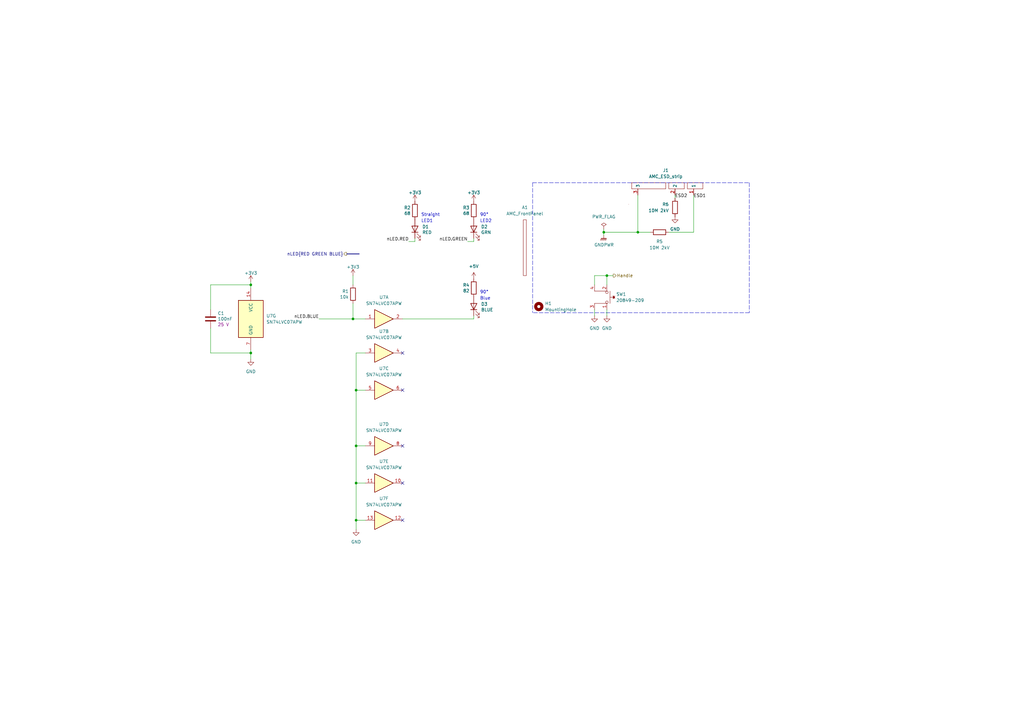
<source format=kicad_sch>
(kicad_sch (version 20211123) (generator eeschema)
  (paper "A3")
  (title_block (title "AMC Template") (date "2022-09-07") (rev "1.0") (company "Karlsruhe Institute of Technology (KIT)") (comment 1 "Institute for Data Processing and Electronics (IPE)") (comment 2 "Carsten Schmerbeck") (comment 3 "Luis Ardila") (comment 4 "Licensed under CERN-OHL-P v2"))
  (lib_symbols
    (symbol "Device:C" (pin_numbers hide) (pin_names (offset 0.254))
      (property "Reference" "C" (at 0.635 2.54 0))
      (property "Value" "C" (at 0.635 -2.54 0))
      (symbol "C_0_1"
        (polyline (pts (xy -2.032 -0.762) (xy 2.032 -0.762)) (stroke (width 0.508)))
        (polyline (pts (xy -2.032 0.762) (xy 2.032 0.762)) (stroke (width 0.508)))
      )
      (symbol "C_1_1"
        (pin passive line (at 0 3.81 270) (length 2.794) (name "~") (number "1"))
        (pin passive line (at 0 -3.81 90) (length 2.794) (name "~") (number "2"))
      )
    )
    (symbol "Device:LED" (pin_numbers hide) (pin_names (offset 1.016) hide)
      (property "Reference" "D" (at 0 2.54 0))
      (property "Value" "LED" (at 0 -2.54 0))
      (symbol "LED_0_1"
        (polyline (pts (xy -1.27 -1.27) (xy -1.27 1.27)) (stroke (width 0.254)))
        (polyline (pts (xy -1.27 0) (xy 1.27 0)))
        (polyline (pts (xy 1.27 -1.27) (xy 1.27 1.27) (xy -1.27 0) (xy 1.27 -1.27)) (stroke (width 0.254)))
        (polyline (pts (xy -3.048 -0.762) (xy -4.572 -2.286) (xy -3.81 -2.286) (xy -4.572 -2.286) (xy -4.572 -1.524)))
        (polyline (pts (xy -1.778 -0.762) (xy -3.302 -2.286) (xy -2.54 -2.286) (xy -3.302 -2.286) (xy -3.302 -1.524)))
      )
      (symbol "LED_1_1"
        (pin passive line (at -3.81 0 0) (length 2.54) (name "K") (number "1"))
        (pin passive line (at 3.81 0 180) (length 2.54) (name "A") (number "2"))
      )
    )
    (symbol "Device:R" (pin_numbers hide) (pin_names (offset 0))
      (property "Reference" "R" (at 2.032 0 90))
      (property "Value" "R" (at 0 0 90))
      (symbol "R_0_1"
        (rectangle (start -1.016 -2.54) (end 1.016 2.54) (stroke (width 0.254)))
      )
      (symbol "R_1_1"
        (pin passive line (at 0 3.81 270) (length 1.27) (name "~") (number "1"))
        (pin passive line (at 0 -3.81 90) (length 1.27) (name "~") (number "2"))
      )
    )
    (symbol "KIT_Logic:SN74LVC07APW" (pin_names (offset 1.016))
      (property "Reference" "U29" (at 0 8.89 0))
      (property "Value" "SN74LVC07APW" (at 0 6.35 0))
      (symbol "SN74LVC07APW_1_0"
        (polyline (pts (xy -3.81 3.81) (xy -3.81 -3.81) (xy 3.81 0) (xy -3.81 3.81)) (stroke (width 0.254)) (fill (type background)))
        (pin input line (at -7.62 0 0) (length 3.81) (name "~") (number "1"))
        (pin open_collector line (at 7.62 0 180) (length 3.81) (name "~") (number "2"))
      )
      (symbol "SN74LVC07APW_2_0"
        (polyline (pts (xy -3.81 3.81) (xy -3.81 -3.81) (xy 3.81 0) (xy -3.81 3.81)) (stroke (width 0.254)) (fill (type background)))
        (pin input line (at -7.62 0 0) (length 3.81) (name "~") (number "3"))
        (pin open_collector line (at 7.62 0 180) (length 3.81) (name "~") (number "4"))
      )
      (symbol "SN74LVC07APW_3_0"
        (polyline (pts (xy -3.81 3.81) (xy -3.81 -3.81) (xy 3.81 0) (xy -3.81 3.81)) (stroke (width 0.254)) (fill (type background)))
        (pin input line (at -7.62 0 0) (length 3.81) (name "~") (number "5"))
        (pin open_collector line (at 7.62 0 180) (length 3.81) (name "~") (number "6"))
      )
      (symbol "SN74LVC07APW_4_0"
        (polyline (pts (xy -3.81 3.81) (xy -3.81 -3.81) (xy 3.81 0) (xy -3.81 3.81)) (stroke (width 0.254)) (fill (type background)))
        (pin open_collector line (at 7.62 0 180) (length 3.81) (name "~") (number "8"))
        (pin input line (at -7.62 0 0) (length 3.81) (name "~") (number "9"))
      )
      (symbol "SN74LVC07APW_5_0"
        (polyline (pts (xy -3.81 3.81) (xy -3.81 -3.81) (xy 3.81 0) (xy -3.81 3.81)) (stroke (width 0.254)) (fill (type background)))
        (pin open_collector line (at 7.62 0 180) (length 3.81) (name "~") (number "10"))
        (pin input line (at -7.62 0 0) (length 3.81) (name "~") (number "11"))
      )
      (symbol "SN74LVC07APW_6_0"
        (polyline (pts (xy -3.81 3.81) (xy -3.81 -3.81) (xy 3.81 0) (xy -3.81 3.81)) (stroke (width 0.254)) (fill (type background)))
        (pin open_collector line (at 7.62 0 180) (length 3.81) (name "~") (number "12"))
        (pin input line (at -7.62 0 0) (length 3.81) (name "~") (number "13"))
      )
      (symbol "SN74LVC07APW_7_0"
        (pin power_in line (at 0 12.7 270) (length 5.08) (name "VCC") (number "14"))
        (pin power_in line (at 0 -12.7 90) (length 5.08) (name "GND") (number "7"))
      )
      (symbol "SN74LVC07APW_7_1"
        (rectangle (start -5.08 7.62) (end 5.08 -7.62) (stroke (width 0.254)) (fill (type background)))
      )
    )
    (symbol "KIT_Mechanical:AMC_ESD_strip"
      (property "Reference" "J" (at 15.24 6.35 0))
      (property "Value" "AMC_ESD_strip" (at 5.08 6.35 0))
      (symbol "AMC_ESD_strip_0_1"
        (rectangle (start -3.81 -3.81) (end -3.81 -3.81))
        (rectangle (start -2.54 2.54) (end 11.43 5.08))
        (rectangle (start 12.7 2.54) (end 19.05 5.08))
        (rectangle (start 20.32 5.08) (end 26.67 2.54))
      )
      (symbol "AMC_ESD_strip_1_1"
        (pin passive line (at 22.86 0 90) (length 2.54) (name "1") (number "1"))
        (pin passive line (at 15.24 0 90) (length 2.54) (name "2") (number "2"))
        (pin passive line (at 0 0 90) (length 2.54) (name "3") (number "3"))
      )
    )
    (symbol "KIT_Mechanical:AMC_FrontPanel"
      (property "Reference" "A" (at 0 0 0))
      (property "Value" "AMC_FrontPanel" (at 0 0 0))
      (symbol "AMC_FrontPanel_0_1"
        (rectangle (start 0 13.97) (end 1.27 -8.89))
      )
    )
    (symbol "KIT_Switch:20849-209" (pin_names (offset 1.016) hide)
      (property "Reference" "SW" (at 1.27 2.54 0))
      (property "Value" "20849-209" (at 0 -6.858 0))
      (symbol "20849-209_0_1"
        (circle (center -2.032 0) (radius 0.508))
        (polyline (pts (xy -2.54 0) (xy -2.54 -5.08)))
        (polyline (pts (xy -0.635 3.175) (xy 0.635 3.175)))
        (polyline (pts (xy 0 1.27) (xy 0 3.048)))
        (polyline (pts (xy 2.54 0) (xy 2.54 -5.08)))
        (polyline (pts (xy 2.54 1.27) (xy -2.54 1.27)))
        (polyline (pts (xy -0.635 2.54) (xy 0 3.175) (xy 0.635 2.54) (xy -0.635 2.54)) (fill (type outline)))
        (circle (center 2.032 0) (radius 0.508))
        (pin passive line (at -5.08 0 0) (length 2.54) (name "1") (number "1"))
        (pin passive line (at 5.08 0 180) (length 2.54) (name "2") (number "2"))
        (pin passive line (at -5.08 -5.08 0) (length 2.54) (name "3") (number "3"))
        (pin passive line (at 5.08 -5.08 180) (length 2.54) (name "4") (number "4"))
      )
    )
    (symbol "Mechanical:MountingHole" (pin_names (offset 1.016))
      (property "Reference" "H" (at 0 5.08 0))
      (property "Value" "MountingHole" (at 0 3.175 0))
      (symbol "MountingHole_0_1"
        (circle (center 0 0) (radius 1.27) (stroke (width 1.27)))
      )
    )
    (symbol "power:+3V3" (power) (pin_names (offset 0))
      (property "Value" "+3V3" (at 0 3.556 0))
      (symbol "+3V3_0_1"
        (polyline (pts (xy -0.762 1.27) (xy 0 2.54)))
        (polyline (pts (xy 0 0) (xy 0 2.54)))
        (polyline (pts (xy 0 2.54) (xy 0.762 1.27)))
      )
      (symbol "+3V3_1_1"
        (pin power_in line (at 0 0 90) (length 0) hide (name "+3V3") (number "1"))
      )
    )
    (symbol "power:+5V" (power) (pin_names (offset 0))
      (property "Value" "+5V" (at 0 3.556 0))
      (symbol "+5V_0_1"
        (polyline (pts (xy -0.762 1.27) (xy 0 2.54)))
        (polyline (pts (xy 0 0) (xy 0 2.54)))
        (polyline (pts (xy 0 2.54) (xy 0.762 1.27)))
      )
      (symbol "+5V_1_1"
        (pin power_in line (at 0 0 90) (length 0) hide (name "+5V") (number "1"))
      )
    )
    (symbol "power:GND" (power) (pin_names (offset 0))
      (property "Value" "GND" (at 0 -3.81 0))
      (symbol "GND_0_1"
        (polyline (pts (xy 0 0) (xy 0 -1.27) (xy 1.27 -1.27) (xy 0 -2.54) (xy -1.27 -1.27) (xy 0 -1.27)))
      )
      (symbol "GND_1_1"
        (pin power_in line (at 0 0 270) (length 0) hide (name "GND") (number "1"))
      )
    )
    (symbol "power:GNDPWR" (power) (pin_names (offset 0))
      (property "Value" "GNDPWR" (at 0 -3.302 0))
      (symbol "GNDPWR_0_1"
        (polyline (pts (xy 0 -1.27) (xy 0 0)))
        (polyline (pts (xy -1.016 -1.27) (xy -1.27 -2.032) (xy -1.27 -2.032)) (stroke (width 0.2032)))
        (polyline (pts (xy -0.508 -1.27) (xy -0.762 -2.032) (xy -0.762 -2.032)) (stroke (width 0.2032)))
        (polyline (pts (xy 0 -1.27) (xy -0.254 -2.032) (xy -0.254 -2.032)) (stroke (width 0.2032)))
        (polyline (pts (xy 0.508 -1.27) (xy 0.254 -2.032) (xy 0.254 -2.032)) (stroke (width 0.2032)))
        (polyline (pts (xy 1.016 -1.27) (xy -1.016 -1.27) (xy -1.016 -1.27)) (stroke (width 0.2032)))
        (polyline (pts (xy 1.016 -1.27) (xy 0.762 -2.032) (xy 0.762 -2.032) (xy 0.762 -2.032)) (stroke (width 0.2032)))
      )
      (symbol "GNDPWR_1_1"
        (pin power_in line (at 0 0 270) (length 0) hide (name "GNDPWR") (number "1"))
      )
    )
    (symbol "power:PWR_FLAG" (power) (pin_numbers hide) (pin_names (offset 0) hide)
      (property "Value" "PWR_FLAG" (at 0 3.81 0))
      (symbol "PWR_FLAG_0_0"
        (pin power_out line (at 0 0 90) (length 0) (name "pwr") (number "1"))
      )
      (symbol "PWR_FLAG_0_1"
        (polyline (pts (xy 0 0) (xy 0 1.27) (xy -1.016 1.905) (xy 0 2.54) (xy 1.016 1.905) (xy 0 1.27)))
      )
    )
  )
  (junction (at 248.92 113.03))
  (junction (at 247.65 95.25))
  (junction (at 102.87 116.84))
  (junction (at 146.05 160.02))
  (junction (at 146.05 182.88))
  (junction (at 261.62 95.25))
  (junction (at 146.05 198.12))
  (junction (at 144.78 130.81))
  (junction (at 102.87 144.78))
  (junction (at 146.05 213.36))
  (no_connect (at 165.1 198.12))
  (no_connect (at 165.1 213.36))
  (no_connect (at 165.1 182.88))
  (no_connect (at 165.1 160.02))
  (no_connect (at 165.1 144.78))
  (wire (pts (xy 261.62 95.25) (xy 247.65 95.25)))
  (wire (pts (xy 194.31 97.79) (xy 194.31 99.06)))
  (wire (pts (xy 247.65 93.98) (xy 247.65 95.25)))
  (wire (pts (xy 248.92 127) (xy 248.92 129.54)))
  (polyline (pts (xy 307.34 128.27) (xy 218.44 128.27)))
  (wire (pts (xy 170.18 99.06) (xy 167.64 99.06)))
  (wire (pts (xy 276.86 80.01) (xy 276.86 81.28)))
  (wire (pts (xy 130.81 130.81) (xy 144.78 130.81)))
  (polyline (pts (xy 307.34 74.93) (xy 307.34 128.27)))
  (wire (pts (xy 146.05 213.36) (xy 149.86 213.36)))
  (wire (pts (xy 102.87 116.84) (xy 102.87 118.11)))
  (wire (pts (xy 144.78 130.81) (xy 149.86 130.81)))
  (wire (pts (xy 102.87 116.84) (xy 102.87 115.57)))
  (wire (pts (xy 284.48 80.01) (xy 284.48 95.25)))
  (wire (pts (xy 247.65 96.52) (xy 247.65 95.25)))
  (wire (pts (xy 248.92 113.03) (xy 243.84 113.03)))
  (wire (pts (xy 146.05 160.02) (xy 146.05 144.78)))
  (wire (pts (xy 146.05 160.02) (xy 149.86 160.02)))
  (wire (pts (xy 243.84 113.03) (xy 243.84 116.84)))
  (wire (pts (xy 266.7 95.25) (xy 261.62 95.25)))
  (wire (pts (xy 144.78 113.03) (xy 144.78 116.84)))
  (wire (pts (xy 194.31 129.54) (xy 194.31 130.81)))
  (wire (pts (xy 243.84 127) (xy 243.84 129.54)))
  (polyline (pts (xy 218.44 74.93) (xy 307.34 74.93)))
  (wire (pts (xy 146.05 182.88) (xy 146.05 198.12)))
  (wire (pts (xy 144.78 124.46) (xy 144.78 130.81)))
  (wire (pts (xy 261.62 95.25) (xy 261.62 80.01)))
  (wire (pts (xy 149.86 198.12) (xy 146.05 198.12)))
  (wire (pts (xy 86.36 127) (xy 86.36 116.84)))
  (wire (pts (xy 274.32 95.25) (xy 284.48 95.25)))
  (wire (pts (xy 146.05 182.88) (xy 149.86 182.88)))
  (wire (pts (xy 194.31 99.06) (xy 191.77 99.06)))
  (wire (pts (xy 86.36 116.84) (xy 102.87 116.84)))
  (wire (pts (xy 102.87 143.51) (xy 102.87 144.78)))
  (wire (pts (xy 102.87 144.78) (xy 102.87 147.32)))
  (polyline (pts (xy 218.44 74.93) (xy 218.44 128.27)))
  (wire (pts (xy 86.36 144.78) (xy 86.36 134.62)))
  (wire (pts (xy 165.1 130.81) (xy 194.31 130.81)))
  (wire (pts (xy 146.05 144.78) (xy 149.86 144.78)))
  (bus (pts (xy 147.32 104.14) (xy 142.24 104.14)))
  (wire (pts (xy 251.46 113.03) (xy 248.92 113.03)))
  (wire (pts (xy 146.05 213.36) (xy 146.05 217.17)))
  (wire (pts (xy 170.18 97.79) (xy 170.18 99.06)))
  (wire (pts (xy 102.87 144.78) (xy 86.36 144.78)))
  (wire (pts (xy 146.05 182.88) (xy 146.05 160.02)))
  (wire (pts (xy 248.92 113.03) (xy 248.92 116.84)))
  (wire (pts (xy 146.05 198.12) (xy 146.05 213.36)))
  (text "LED2" (at 196.85 91.44 0) (effects (font (size 1.27 1.27)) (justify left bottom)))
  (text "Blue" (at 196.85 123.19 0) (effects (font (size 1.27 1.27)) (justify left bottom)))
  (text "LED1" (at 172.72 91.44 0) (effects (font (size 1.27 1.27)) (justify left bottom)))
  (text "90°" (at 196.85 120.65 0) (effects (font (size 1.27 1.27)) (justify left bottom)))
  (text "Straight" (at 172.72 88.9 0) (effects (font (size 1.27 1.27)) (justify left bottom)))
  (text "90°" (at 196.85 88.9 0) (effects (font (size 1.27 1.27)) (justify left bottom)))
  (label "nLED.BLUE" (at 130.81 130.81 180))
  (label "ESD1" (at 284.48 81.28 0))
  (label "nLED.RED" (at 167.64 99.06 180))
  (label "ESD2" (at 276.86 81.28 0))
  (label "nLED.GREEN" (at 191.77 99.06 180))
  (hierarchical_label "nLED{RED GREEN BLUE}" (shape output) (at 142.24 104.14 180))
  (hierarchical_label "Handle" (shape output) (at 251.46 113.03 0))
  (symbol (lib_id "KIT_Logic:SN74LVC07APW") (at 157.48 213.36 0) (unit 6)
    (property "Reference" "U7" (at 157.48 204.47 0))
    (property "Value" "SN74LVC07APW" (at 157.48 207.01 0))
    (property "Footprint" "Package_SO:TSSOP-14_4.4x5mm_P0.65mm" (effects hide))
    (property "Datasheet" "https://www.ti.com/lit/ds/scas595w/scas595w.pdf" (effects hide))
    (property "manf#" "SN74LVC07APW" (effects hide))
    (property "digikey#" "296-26575-5-ND" (effects hide))
    (property "manf" "Texas Instruments" (effects hide))
  )
  (symbol (lib_id "Device:R") (at 276.86 85.09 0) (mirror x) (unit 1)
    (property "Reference" "R6" (at 274.32 83.8199 0) (effects (justify right)))
    (property "Value" "10M 2kV" (at 274.32 86.3599 0) (effects (justify right)))
    (property "Footprint" "Resistor_SMD:R_2010_5025Metric" (effects hide))
    (property "Datasheet" "https://www.bourns.com/docs/product-datasheets/chv-st.pdf" (effects hide))
    (property "digikey#" "118-CHV2010-FX-1005ESTCT-ND" (effects hide))
    (property "manf" "Bourns" (effects hide))
    (property "manf#" "CHV2010-FX-1005EST" (effects hide))
  )
  (symbol (lib_id "Device:LED") (at 194.31 125.73 90) (unit 1)
    (property "Reference" "D3" (at 197.3072 124.7394 90) (effects (justify right)))
    (property "Value" "BLUE" (at 197.3072 127.0508 90) (effects (justify right)))
    (property "Footprint" "KIT_LED_SMD:APA1606x" (effects hide))
    (property "Datasheet" "https://www.kingbrightusa.com/images/catalog/SPEC/APA1606QBC-D.pdf" (effects hide))
    (property "digikey#" "754-1424-1-ND" (effects hide))
    (property "manf" "Kingbright" (effects hide))
    (property "manf#" "APA1606QBC/D" (effects hide))
  )
  (symbol (lib_id "power:+3V3") (at 194.31 82.55 0) (unit 1)
    (property "Reference" "#PWR05" (effects hide))
    (property "Value" "+3V3" (at 194.31 78.994 0))
  )
  (symbol (lib_id "Device:LED") (at 170.18 93.98 90) (unit 1)
    (property "Reference" "D1" (at 173.1772 92.9894 90) (effects (justify right)))
    (property "Value" "RED" (at 173.1772 95.3008 90) (effects (justify right)))
    (property "Footprint" "LED_SMD:LED_0805_2012Metric" (effects hide))
    (property "Datasheet" "https://www.mouser.de/datasheet/2/216/AP2012EC-31665.pdf" (effects hide))
    (property "mouser#" "604-AP2012EC" (effects hide))
    (property "manf" "Kingbright" (effects hide))
    (property "manf#" "AP2012EC" (effects hide))
  )
  (symbol (lib_id "KIT_Logic:SN74LVC07APW") (at 157.48 160.02 0) (unit 3)
    (property "Reference" "U7" (at 157.48 151.13 0))
    (property "Value" "SN74LVC07APW" (at 157.48 153.67 0))
    (property "Footprint" "Package_SO:TSSOP-14_4.4x5mm_P0.65mm" (effects hide))
    (property "Datasheet" "https://www.ti.com/lit/ds/scas595w/scas595w.pdf" (effects hide))
    (property "manf#" "SN74LVC07APW" (effects hide))
    (property "digikey#" "296-26575-5-ND" (effects hide))
    (property "manf" "Texas Instruments" (effects hide))
  )
  (symbol (lib_id "power:+3V3") (at 170.18 82.55 0) (unit 1)
    (property "Reference" "#PWR04" (effects hide))
    (property "Value" "+3V3" (at 170.18 78.994 0))
  )
  (symbol (lib_id "power:+5V") (at 194.31 114.3 0) (unit 1)
    (property "Reference" "#PWR06" (effects hide))
    (property "Value" "+5V" (at 194.31 109.22 0))
  )
  (symbol (lib_id "Device:R") (at 170.18 86.36 0) (mirror x) (unit 1)
    (property "Reference" "R2" (at 168.4274 85.1916 0) (effects (justify right)))
    (property "Value" "68" (at 168.4274 87.503 0) (effects (justify right)))
    (property "Footprint" "Resistor_SMD:R_0402_1005Metric" (effects hide))
    (property "stock" "AVT-IPE" (effects hide))
    (property "digikey#" "A129613CT-ND" (effects hide))
    (property "manf" "TE" (effects hide))
    (property "manf#" "A129613CT-ND" (effects hide))
  )
  (symbol (lib_id "power:+3V3") (at 144.78 113.03 0) (unit 1)
    (property "Reference" "#PWR02" (effects hide))
    (property "Value" "+3V3" (at 144.78 109.474 0))
  )
  (symbol (lib_id "power:GND") (at 146.05 217.17 0) (unit 1)
    (property "Reference" "#PWR096" (effects hide))
    (property "Value" "GND" (at 146.05 222.25 0))
  )
  (symbol (lib_id "KIT_Mechanical:AMC_ESD_strip") (at 261.62 80.01 0) (unit 1)
    (property "Reference" "J1" (at 273.05 69.85 0))
    (property "Value" "AMC_ESD_strip" (at 273.05 72.39 0))
    (property "Footprint" "KIT_Mechanical:AMC_ESD_strip" (effects hide))
    (property "stock" "PCB" (effects hide))
  )
  (symbol (lib_id "KIT_Logic:SN74LVC07APW") (at 157.48 198.12 0) (unit 5)
    (property "Reference" "U7" (at 157.48 189.23 0))
    (property "Value" "SN74LVC07APW" (at 157.48 191.77 0))
    (property "Footprint" "Package_SO:TSSOP-14_4.4x5mm_P0.65mm" (effects hide))
    (property "Datasheet" "https://www.ti.com/lit/ds/scas595w/scas595w.pdf" (effects hide))
    (property "manf#" "SN74LVC07APW" (effects hide))
    (property "digikey#" "296-26575-5-ND" (effects hide))
    (property "manf" "Texas Instruments" (effects hide))
  )
  (symbol (lib_id "power:GND") (at 102.87 147.32 0) (unit 1)
    (property "Reference" "#PWR03" (effects hide))
    (property "Value" "GND" (at 102.87 152.4 0))
  )
  (symbol (lib_id "KIT_Logic:SN74LVC07APW") (at 157.48 182.88 0) (unit 4)
    (property "Reference" "U7" (at 157.48 173.99 0))
    (property "Value" "SN74LVC07APW" (at 157.48 176.53 0))
    (property "Footprint" "Package_SO:TSSOP-14_4.4x5mm_P0.65mm" (effects hide))
    (property "Datasheet" "https://www.ti.com/lit/ds/scas595w/scas595w.pdf" (effects hide))
    (property "manf#" "SN74LVC07APW" (effects hide))
    (property "digikey#" "296-26575-5-ND" (effects hide))
    (property "manf" "Texas Instruments" (effects hide))
  )
  (symbol (lib_id "Device:R") (at 270.51 95.25 90) (mirror x) (unit 1)
    (property "Reference" "R5" (at 270.51 99.06 90))
    (property "Value" "10M 2kV" (at 270.51 101.6 90))
    (property "Footprint" "Resistor_SMD:R_2010_5025Metric" (effects hide))
    (property "Datasheet" "https://www.bourns.com/docs/product-datasheets/chv-st.pdf" (effects hide))
    (property "digikey#" "118-CHV2010-FX-1005ESTCT-ND" (effects hide))
    (property "manf" "Bourns" (effects hide))
    (property "manf#" "CHV2010-FX-1005EST" (effects hide))
  )
  (symbol (lib_id "Device:R") (at 194.31 118.11 0) (mirror x) (unit 1)
    (property "Reference" "R4" (at 192.5574 116.9416 0) (effects (justify right)))
    (property "Value" "82" (at 192.5574 119.253 0) (effects (justify right)))
    (property "Footprint" "Resistor_SMD:R_0402_1005Metric" (effects hide))
    (property "stock" "AVT-IPE" (effects hide))
    (property "digikey#" "A129614CT-ND" (effects hide))
    (property "manf" "TE" (effects hide))
    (property "manf#" "CRGCQ0402F82R" (effects hide))
  )
  (symbol (lib_id "Device:R") (at 194.31 86.36 0) (mirror x) (unit 1)
    (property "Reference" "R3" (at 192.5574 85.1916 0) (effects (justify right)))
    (property "Value" "68" (at 192.5574 87.503 0) (effects (justify right)))
    (property "Footprint" "Resistor_SMD:R_0402_1005Metric" (effects hide))
    (property "stock" "AVT-IPE" (effects hide))
    (property "digikey#" "A129613CT-ND" (effects hide))
    (property "manf" "TE" (effects hide))
    (property "manf#" "A129613CT-ND" (effects hide))
  )
  (symbol (lib_id "power:GND") (at 276.86 88.9 0) (unit 1)
    (property "Reference" "#PWR010" (effects hide))
    (property "Value" "GND" (at 276.86 93.98 0))
  )
  (symbol (lib_id "power:GNDPWR") (at 247.65 96.52 0) (unit 1)
    (property "Reference" "#PWR08" (effects hide))
    (property "Value" "~" (at 247.7516 100.4316 0))
  )
  (symbol (lib_id "KIT_Logic:SN74LVC07APW") (at 102.87 130.81 0) (unit 7)
    (property "Reference" "U7" (at 109.22 129.5399 0) (effects (justify left)))
    (property "Value" "SN74LVC07APW" (at 109.22 132.0799 0) (effects (justify left)))
    (property "Footprint" "Package_SO:TSSOP-14_4.4x5mm_P0.65mm" (effects hide))
    (property "Datasheet" "https://www.ti.com/lit/ds/scas595w/scas595w.pdf" (effects hide))
    (property "manf#" "SN74LVC07APW" (effects hide))
    (property "digikey#" "296-26575-5-ND" (effects hide))
    (property "manf" "Texas Instruments" (effects hide))
  )
  (symbol (lib_id "KIT_Mechanical:AMC_FrontPanel") (at 214.63 104.14 0) (unit 1)
    (property "Reference" "A1" (at 215.265 85.09 0))
    (property "Value" "AMC_FrontPanel" (at 215.265 87.63 0))
    (property "Footprint" "KIT_Mechanical:20849-270" (effects hide))
    (property "manf#" "20849-270" (effects hide))
    (property "maf" "Schroff" (effects hide))
    (property "manf" "Schroff" (effects hide))
  )
  (symbol (lib_id "power:GND") (at 243.84 129.54 0) (unit 1)
    (property "Reference" "#PWR07" (effects hide))
    (property "Value" "GND" (at 243.84 134.62 0))
  )
  (symbol (lib_id "KIT_Logic:SN74LVC07APW") (at 157.48 130.81 0) (unit 1)
    (property "Reference" "U7" (at 157.48 121.92 0))
    (property "Value" "SN74LVC07APW" (at 157.48 124.46 0))
    (property "Footprint" "Package_SO:TSSOP-14_4.4x5mm_P0.65mm" (effects hide))
    (property "Datasheet" "https://www.ti.com/lit/ds/scas595w/scas595w.pdf" (effects hide))
    (property "manf#" "SN74LVC07APW" (effects hide))
    (property "digikey#" "296-26575-5-ND" (effects hide))
    (property "manf" "Texas Instruments" (effects hide))
  )
  (symbol (lib_id "power:GND") (at 248.92 129.54 0) (unit 1)
    (property "Reference" "#PWR09" (effects hide))
    (property "Value" "GND" (at 248.92 134.62 0))
  )
  (symbol (lib_id "Device:LED") (at 194.31 93.98 90) (unit 1)
    (property "Reference" "D2" (at 197.3072 92.9894 90) (effects (justify right)))
    (property "Value" "GRN" (at 197.3072 95.3008 90) (effects (justify right)))
    (property "Footprint" "KIT_LED_SMD:APA1606x" (effects hide))
    (property "Datasheet" "https://www.kingbrightusa.com/images/catalog/SPEC/APA1606CGCK.pdf" (effects hide))
    (property "digikey#" "754-1051-1-ND" (effects hide))
    (property "manf" "Kingbright" (effects hide))
    (property "manf#" "APA1606CGCK" (effects hide))
  )
  (symbol (lib_id "Device:R") (at 144.78 120.65 0) (mirror x) (unit 1)
    (property "Reference" "R1" (at 143.0274 119.4816 0) (effects (justify right)))
    (property "Value" "10k" (at 143.0274 121.793 0) (effects (justify right)))
    (property "Footprint" "Resistor_SMD:R_0402_1005Metric" (effects hide))
    (property "stock" "AVT-IPE" (effects hide))
    (property "digikey#" "A129639CT-ND" (effects hide))
    (property "manf" "TE" (effects hide))
    (property "manf#" "CRGCQ0402F10K" (effects hide))
  )
  (symbol (lib_id "power:PWR_FLAG") (at 247.65 93.98 0) (unit 1)
    (property "Reference" "#FLG0101" (effects hide))
    (property "Value" "PWR_FLAG" (at 247.65 88.9 0))
  )
  (symbol (lib_id "Mechanical:MountingHole") (at 220.98 125.73 0) (unit 1)
    (property "Reference" "H1" (at 223.52 124.4599 0) (effects (justify left)))
    (property "Value" "MountingHole" (at 223.52 126.9999 0) (effects (justify left)))
    (property "Footprint" "MountingHole:MountingHole_2.7mm" (effects hide))
    (property "stock" "PCB" (effects hide))
  )
  (symbol (lib_id "KIT_Switch:20849-209") (at 248.92 121.92 270) (mirror x) (unit 1)
    (property "Reference" "SW1" (at 252.73 120.6499 90) (effects (justify left)))
    (property "Value" "20849-209" (at 252.73 123.1899 90) (effects (justify left)))
    (property "Footprint" "KIT_Switch:20849-209" (effects hide))
    (property "Datasheet" "https://schroff.nvent.com/sites/g/files/hdkjer281/files/acquiadam/2020-11/60849-174.pdf?asset_type=Installation%20Manual%20/%20Instruction%20Sheet" (effects hide))
    (property "manf" "Schroff" (effects hide))
    (property "manf#" "20849-209" (effects hide))
  )
  (symbol (lib_id "power:+3V3") (at 102.87 115.57 0) (unit 1)
    (property "Reference" "#PWR01" (effects hide))
    (property "Value" "+3V3" (at 102.87 112.014 0))
  )
  (symbol (lib_id "KIT_Logic:SN74LVC07APW") (at 157.48 144.78 0) (unit 2)
    (property "Reference" "U7" (at 157.48 135.89 0))
    (property "Value" "SN74LVC07APW" (at 157.48 138.43 0))
    (property "Footprint" "Package_SO:TSSOP-14_4.4x5mm_P0.65mm" (effects hide))
    (property "Datasheet" "https://www.ti.com/lit/ds/scas595w/scas595w.pdf" (effects hide))
    (property "manf#" "SN74LVC07APW" (effects hide))
    (property "digikey#" "296-26575-5-ND" (effects hide))
    (property "manf" "Texas Instruments" (effects hide))
  )
  (symbol (lib_id "Device:C") (at 86.36 130.81 0) (unit 1)
    (property "Reference" "C1" (at 89.281 128.4986 0) (effects (justify left)))
    (property "Value" "100nF" (at 89.281 130.81 0) (effects (justify left)))
    (property "Footprint" "Capacitor_SMD:C_0402_1005Metric" (effects hide))
    (property "voltage" "25 V" (at 89.281 133.1214 0) (effects (justify left)))
    (property "stock" "AVT-IPE" (effects hide))
  )
)
</source>
